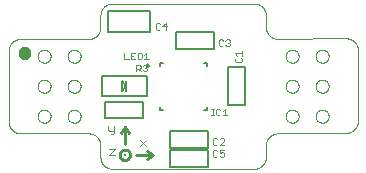
<source format=gto>
G75*
%MOIN*%
%OFA0B0*%
%FSLAX25Y25*%
%IPPOS*%
%LPD*%
%AMOC8*
5,1,8,0,0,1.08239X$1,22.5*
%
%ADD10C,0.00000*%
%ADD11C,0.03200*%
%ADD12C,0.01000*%
%ADD13C,0.00300*%
%ADD14C,0.00700*%
%ADD15C,0.00800*%
%ADD16C,0.00200*%
%ADD17C,0.00787*%
%ADD18C,0.00500*%
D10*
X0045791Y0032012D02*
X0045915Y0032010D01*
X0046038Y0032004D01*
X0046162Y0031995D01*
X0046284Y0031981D01*
X0046407Y0031964D01*
X0046529Y0031942D01*
X0046650Y0031917D01*
X0046770Y0031888D01*
X0046889Y0031856D01*
X0047008Y0031819D01*
X0047125Y0031779D01*
X0047240Y0031736D01*
X0047355Y0031688D01*
X0047467Y0031637D01*
X0047578Y0031583D01*
X0047688Y0031525D01*
X0047795Y0031464D01*
X0047901Y0031399D01*
X0048004Y0031331D01*
X0048105Y0031260D01*
X0048204Y0031186D01*
X0048301Y0031109D01*
X0048395Y0031028D01*
X0048486Y0030945D01*
X0048575Y0030859D01*
X0048661Y0030770D01*
X0048744Y0030679D01*
X0048825Y0030585D01*
X0048902Y0030488D01*
X0048976Y0030389D01*
X0049047Y0030288D01*
X0049115Y0030185D01*
X0049180Y0030079D01*
X0049241Y0029972D01*
X0049299Y0029862D01*
X0049353Y0029751D01*
X0049404Y0029639D01*
X0049452Y0029524D01*
X0049495Y0029409D01*
X0049535Y0029292D01*
X0049572Y0029173D01*
X0049604Y0029054D01*
X0049633Y0028934D01*
X0049658Y0028813D01*
X0049680Y0028691D01*
X0049697Y0028568D01*
X0049711Y0028446D01*
X0049720Y0028322D01*
X0049726Y0028199D01*
X0049728Y0028075D01*
X0049728Y0024138D01*
X0049730Y0024014D01*
X0049736Y0023891D01*
X0049745Y0023767D01*
X0049759Y0023645D01*
X0049776Y0023522D01*
X0049798Y0023400D01*
X0049823Y0023279D01*
X0049852Y0023159D01*
X0049884Y0023040D01*
X0049921Y0022921D01*
X0049961Y0022804D01*
X0050004Y0022689D01*
X0050052Y0022574D01*
X0050103Y0022462D01*
X0050157Y0022351D01*
X0050215Y0022241D01*
X0050276Y0022134D01*
X0050341Y0022028D01*
X0050409Y0021925D01*
X0050480Y0021824D01*
X0050554Y0021725D01*
X0050631Y0021628D01*
X0050712Y0021534D01*
X0050795Y0021443D01*
X0050881Y0021354D01*
X0050970Y0021268D01*
X0051061Y0021185D01*
X0051155Y0021104D01*
X0051252Y0021027D01*
X0051351Y0020953D01*
X0051452Y0020882D01*
X0051555Y0020814D01*
X0051661Y0020749D01*
X0051768Y0020688D01*
X0051878Y0020630D01*
X0051989Y0020576D01*
X0052101Y0020525D01*
X0052216Y0020477D01*
X0052331Y0020434D01*
X0052448Y0020394D01*
X0052567Y0020357D01*
X0052686Y0020325D01*
X0052806Y0020296D01*
X0052927Y0020271D01*
X0053049Y0020249D01*
X0053172Y0020232D01*
X0053294Y0020218D01*
X0053418Y0020209D01*
X0053541Y0020203D01*
X0053665Y0020201D01*
X0100909Y0020201D01*
X0101033Y0020203D01*
X0101156Y0020209D01*
X0101280Y0020218D01*
X0101402Y0020232D01*
X0101525Y0020249D01*
X0101647Y0020271D01*
X0101768Y0020296D01*
X0101888Y0020325D01*
X0102007Y0020357D01*
X0102126Y0020394D01*
X0102243Y0020434D01*
X0102358Y0020477D01*
X0102473Y0020525D01*
X0102585Y0020576D01*
X0102696Y0020630D01*
X0102806Y0020688D01*
X0102913Y0020749D01*
X0103019Y0020814D01*
X0103122Y0020882D01*
X0103223Y0020953D01*
X0103322Y0021027D01*
X0103419Y0021104D01*
X0103513Y0021185D01*
X0103604Y0021268D01*
X0103693Y0021354D01*
X0103779Y0021443D01*
X0103862Y0021534D01*
X0103943Y0021628D01*
X0104020Y0021725D01*
X0104094Y0021824D01*
X0104165Y0021925D01*
X0104233Y0022028D01*
X0104298Y0022134D01*
X0104359Y0022241D01*
X0104417Y0022351D01*
X0104471Y0022462D01*
X0104522Y0022574D01*
X0104570Y0022689D01*
X0104613Y0022804D01*
X0104653Y0022921D01*
X0104690Y0023040D01*
X0104722Y0023159D01*
X0104751Y0023279D01*
X0104776Y0023400D01*
X0104798Y0023522D01*
X0104815Y0023645D01*
X0104829Y0023767D01*
X0104838Y0023891D01*
X0104844Y0024014D01*
X0104846Y0024138D01*
X0104846Y0028075D01*
X0104848Y0028199D01*
X0104854Y0028322D01*
X0104863Y0028446D01*
X0104877Y0028568D01*
X0104894Y0028691D01*
X0104916Y0028813D01*
X0104941Y0028934D01*
X0104970Y0029054D01*
X0105002Y0029173D01*
X0105039Y0029292D01*
X0105079Y0029409D01*
X0105122Y0029524D01*
X0105170Y0029639D01*
X0105221Y0029751D01*
X0105275Y0029862D01*
X0105333Y0029972D01*
X0105394Y0030079D01*
X0105459Y0030185D01*
X0105527Y0030288D01*
X0105598Y0030389D01*
X0105672Y0030488D01*
X0105749Y0030585D01*
X0105830Y0030679D01*
X0105913Y0030770D01*
X0105999Y0030859D01*
X0106088Y0030945D01*
X0106179Y0031028D01*
X0106273Y0031109D01*
X0106370Y0031186D01*
X0106469Y0031260D01*
X0106570Y0031331D01*
X0106673Y0031399D01*
X0106779Y0031464D01*
X0106886Y0031525D01*
X0106996Y0031583D01*
X0107107Y0031637D01*
X0107219Y0031688D01*
X0107334Y0031736D01*
X0107449Y0031779D01*
X0107566Y0031819D01*
X0107685Y0031856D01*
X0107804Y0031888D01*
X0107924Y0031917D01*
X0108045Y0031942D01*
X0108167Y0031964D01*
X0108290Y0031981D01*
X0108412Y0031995D01*
X0108536Y0032004D01*
X0108659Y0032010D01*
X0108783Y0032012D01*
X0131618Y0032209D01*
X0131742Y0032211D01*
X0131865Y0032217D01*
X0131989Y0032226D01*
X0132111Y0032240D01*
X0132234Y0032257D01*
X0132356Y0032279D01*
X0132477Y0032304D01*
X0132597Y0032333D01*
X0132716Y0032365D01*
X0132835Y0032402D01*
X0132952Y0032442D01*
X0133067Y0032485D01*
X0133182Y0032533D01*
X0133294Y0032584D01*
X0133405Y0032638D01*
X0133515Y0032696D01*
X0133622Y0032757D01*
X0133728Y0032822D01*
X0133831Y0032890D01*
X0133932Y0032961D01*
X0134031Y0033035D01*
X0134128Y0033112D01*
X0134222Y0033193D01*
X0134313Y0033276D01*
X0134402Y0033362D01*
X0134488Y0033451D01*
X0134571Y0033542D01*
X0134652Y0033636D01*
X0134729Y0033733D01*
X0134803Y0033832D01*
X0134874Y0033933D01*
X0134942Y0034036D01*
X0135007Y0034142D01*
X0135068Y0034249D01*
X0135126Y0034359D01*
X0135180Y0034470D01*
X0135231Y0034582D01*
X0135279Y0034697D01*
X0135322Y0034812D01*
X0135362Y0034929D01*
X0135399Y0035048D01*
X0135431Y0035167D01*
X0135460Y0035287D01*
X0135485Y0035408D01*
X0135507Y0035530D01*
X0135524Y0035653D01*
X0135538Y0035775D01*
X0135547Y0035899D01*
X0135553Y0036022D01*
X0135555Y0036146D01*
X0135555Y0059768D01*
X0135553Y0059892D01*
X0135547Y0060015D01*
X0135538Y0060139D01*
X0135524Y0060261D01*
X0135507Y0060384D01*
X0135485Y0060506D01*
X0135460Y0060627D01*
X0135431Y0060747D01*
X0135399Y0060866D01*
X0135362Y0060985D01*
X0135322Y0061102D01*
X0135279Y0061217D01*
X0135231Y0061332D01*
X0135180Y0061444D01*
X0135126Y0061555D01*
X0135068Y0061665D01*
X0135007Y0061772D01*
X0134942Y0061878D01*
X0134874Y0061981D01*
X0134803Y0062082D01*
X0134729Y0062181D01*
X0134652Y0062278D01*
X0134571Y0062372D01*
X0134488Y0062463D01*
X0134402Y0062552D01*
X0134313Y0062638D01*
X0134222Y0062721D01*
X0134128Y0062802D01*
X0134031Y0062879D01*
X0133932Y0062953D01*
X0133831Y0063024D01*
X0133728Y0063092D01*
X0133622Y0063157D01*
X0133515Y0063218D01*
X0133405Y0063276D01*
X0133294Y0063330D01*
X0133182Y0063381D01*
X0133067Y0063429D01*
X0132952Y0063472D01*
X0132835Y0063512D01*
X0132716Y0063549D01*
X0132597Y0063581D01*
X0132477Y0063610D01*
X0132356Y0063635D01*
X0132234Y0063657D01*
X0132111Y0063674D01*
X0131989Y0063688D01*
X0131865Y0063697D01*
X0131742Y0063703D01*
X0131618Y0063705D01*
X0108783Y0063508D01*
X0108659Y0063510D01*
X0108536Y0063516D01*
X0108412Y0063525D01*
X0108290Y0063539D01*
X0108167Y0063556D01*
X0108045Y0063578D01*
X0107924Y0063603D01*
X0107804Y0063632D01*
X0107685Y0063664D01*
X0107566Y0063701D01*
X0107449Y0063741D01*
X0107334Y0063784D01*
X0107219Y0063832D01*
X0107107Y0063883D01*
X0106996Y0063937D01*
X0106886Y0063995D01*
X0106779Y0064056D01*
X0106673Y0064121D01*
X0106570Y0064189D01*
X0106469Y0064260D01*
X0106370Y0064334D01*
X0106273Y0064411D01*
X0106179Y0064492D01*
X0106088Y0064575D01*
X0105999Y0064661D01*
X0105913Y0064750D01*
X0105830Y0064841D01*
X0105749Y0064935D01*
X0105672Y0065032D01*
X0105598Y0065131D01*
X0105527Y0065232D01*
X0105459Y0065335D01*
X0105394Y0065441D01*
X0105333Y0065548D01*
X0105275Y0065658D01*
X0105221Y0065769D01*
X0105170Y0065881D01*
X0105122Y0065996D01*
X0105079Y0066111D01*
X0105039Y0066228D01*
X0105002Y0066347D01*
X0104970Y0066466D01*
X0104941Y0066586D01*
X0104916Y0066707D01*
X0104894Y0066829D01*
X0104877Y0066952D01*
X0104863Y0067074D01*
X0104854Y0067198D01*
X0104848Y0067321D01*
X0104846Y0067445D01*
X0104846Y0071382D01*
X0104844Y0071506D01*
X0104838Y0071629D01*
X0104829Y0071753D01*
X0104815Y0071875D01*
X0104798Y0071998D01*
X0104776Y0072120D01*
X0104751Y0072241D01*
X0104722Y0072361D01*
X0104690Y0072480D01*
X0104653Y0072599D01*
X0104613Y0072716D01*
X0104570Y0072831D01*
X0104522Y0072946D01*
X0104471Y0073058D01*
X0104417Y0073169D01*
X0104359Y0073279D01*
X0104298Y0073386D01*
X0104233Y0073492D01*
X0104165Y0073595D01*
X0104094Y0073696D01*
X0104020Y0073795D01*
X0103943Y0073892D01*
X0103862Y0073986D01*
X0103779Y0074077D01*
X0103693Y0074166D01*
X0103604Y0074252D01*
X0103513Y0074335D01*
X0103419Y0074416D01*
X0103322Y0074493D01*
X0103223Y0074567D01*
X0103122Y0074638D01*
X0103019Y0074706D01*
X0102913Y0074771D01*
X0102806Y0074832D01*
X0102696Y0074890D01*
X0102585Y0074944D01*
X0102473Y0074995D01*
X0102358Y0075043D01*
X0102243Y0075086D01*
X0102126Y0075126D01*
X0102007Y0075163D01*
X0101888Y0075195D01*
X0101768Y0075224D01*
X0101647Y0075249D01*
X0101525Y0075271D01*
X0101402Y0075288D01*
X0101280Y0075302D01*
X0101156Y0075311D01*
X0101033Y0075317D01*
X0100909Y0075319D01*
X0053665Y0075319D01*
X0053541Y0075317D01*
X0053418Y0075311D01*
X0053294Y0075302D01*
X0053172Y0075288D01*
X0053049Y0075271D01*
X0052927Y0075249D01*
X0052806Y0075224D01*
X0052686Y0075195D01*
X0052567Y0075163D01*
X0052448Y0075126D01*
X0052331Y0075086D01*
X0052216Y0075043D01*
X0052101Y0074995D01*
X0051989Y0074944D01*
X0051878Y0074890D01*
X0051768Y0074832D01*
X0051661Y0074771D01*
X0051555Y0074706D01*
X0051452Y0074638D01*
X0051351Y0074567D01*
X0051252Y0074493D01*
X0051155Y0074416D01*
X0051061Y0074335D01*
X0050970Y0074252D01*
X0050881Y0074166D01*
X0050795Y0074077D01*
X0050712Y0073986D01*
X0050631Y0073892D01*
X0050554Y0073795D01*
X0050480Y0073696D01*
X0050409Y0073595D01*
X0050341Y0073492D01*
X0050276Y0073386D01*
X0050215Y0073279D01*
X0050157Y0073169D01*
X0050103Y0073058D01*
X0050052Y0072946D01*
X0050004Y0072831D01*
X0049961Y0072716D01*
X0049921Y0072599D01*
X0049884Y0072480D01*
X0049852Y0072361D01*
X0049823Y0072241D01*
X0049798Y0072120D01*
X0049776Y0071998D01*
X0049759Y0071875D01*
X0049745Y0071753D01*
X0049736Y0071629D01*
X0049730Y0071506D01*
X0049728Y0071382D01*
X0049728Y0067445D01*
X0049726Y0067321D01*
X0049720Y0067198D01*
X0049711Y0067074D01*
X0049697Y0066952D01*
X0049680Y0066829D01*
X0049658Y0066707D01*
X0049633Y0066586D01*
X0049604Y0066466D01*
X0049572Y0066347D01*
X0049535Y0066228D01*
X0049495Y0066111D01*
X0049452Y0065996D01*
X0049404Y0065881D01*
X0049353Y0065769D01*
X0049299Y0065658D01*
X0049241Y0065548D01*
X0049180Y0065441D01*
X0049115Y0065335D01*
X0049047Y0065232D01*
X0048976Y0065131D01*
X0048902Y0065032D01*
X0048825Y0064935D01*
X0048744Y0064841D01*
X0048661Y0064750D01*
X0048575Y0064661D01*
X0048486Y0064575D01*
X0048395Y0064492D01*
X0048301Y0064411D01*
X0048204Y0064334D01*
X0048105Y0064260D01*
X0048004Y0064189D01*
X0047901Y0064121D01*
X0047795Y0064056D01*
X0047688Y0063995D01*
X0047578Y0063937D01*
X0047467Y0063883D01*
X0047355Y0063832D01*
X0047240Y0063784D01*
X0047125Y0063741D01*
X0047008Y0063701D01*
X0046889Y0063664D01*
X0046770Y0063632D01*
X0046650Y0063603D01*
X0046529Y0063578D01*
X0046407Y0063556D01*
X0046284Y0063539D01*
X0046162Y0063525D01*
X0046038Y0063516D01*
X0045915Y0063510D01*
X0045791Y0063508D01*
X0023094Y0063508D01*
X0022970Y0063506D01*
X0022847Y0063500D01*
X0022723Y0063491D01*
X0022601Y0063477D01*
X0022478Y0063460D01*
X0022356Y0063438D01*
X0022235Y0063413D01*
X0022115Y0063384D01*
X0021996Y0063352D01*
X0021877Y0063315D01*
X0021760Y0063275D01*
X0021645Y0063232D01*
X0021530Y0063184D01*
X0021418Y0063133D01*
X0021307Y0063079D01*
X0021197Y0063021D01*
X0021090Y0062960D01*
X0020984Y0062895D01*
X0020881Y0062827D01*
X0020780Y0062756D01*
X0020681Y0062682D01*
X0020584Y0062605D01*
X0020490Y0062524D01*
X0020399Y0062441D01*
X0020310Y0062355D01*
X0020224Y0062266D01*
X0020141Y0062175D01*
X0020060Y0062081D01*
X0019983Y0061984D01*
X0019909Y0061885D01*
X0019838Y0061784D01*
X0019770Y0061681D01*
X0019705Y0061575D01*
X0019644Y0061468D01*
X0019586Y0061358D01*
X0019532Y0061247D01*
X0019481Y0061135D01*
X0019433Y0061020D01*
X0019390Y0060905D01*
X0019350Y0060788D01*
X0019313Y0060669D01*
X0019281Y0060550D01*
X0019252Y0060430D01*
X0019227Y0060309D01*
X0019205Y0060187D01*
X0019188Y0060064D01*
X0019174Y0059942D01*
X0019165Y0059818D01*
X0019159Y0059695D01*
X0019157Y0059571D01*
X0019157Y0035949D01*
X0019159Y0035825D01*
X0019165Y0035702D01*
X0019174Y0035578D01*
X0019188Y0035456D01*
X0019205Y0035333D01*
X0019227Y0035211D01*
X0019252Y0035090D01*
X0019281Y0034970D01*
X0019313Y0034851D01*
X0019350Y0034732D01*
X0019390Y0034615D01*
X0019433Y0034500D01*
X0019481Y0034385D01*
X0019532Y0034273D01*
X0019586Y0034162D01*
X0019644Y0034052D01*
X0019705Y0033945D01*
X0019770Y0033839D01*
X0019838Y0033736D01*
X0019909Y0033635D01*
X0019983Y0033536D01*
X0020060Y0033439D01*
X0020141Y0033345D01*
X0020224Y0033254D01*
X0020310Y0033165D01*
X0020399Y0033079D01*
X0020490Y0032996D01*
X0020584Y0032915D01*
X0020681Y0032838D01*
X0020780Y0032764D01*
X0020881Y0032693D01*
X0020984Y0032625D01*
X0021090Y0032560D01*
X0021197Y0032499D01*
X0021307Y0032441D01*
X0021418Y0032387D01*
X0021530Y0032336D01*
X0021645Y0032288D01*
X0021760Y0032245D01*
X0021877Y0032205D01*
X0021996Y0032168D01*
X0022115Y0032136D01*
X0022235Y0032107D01*
X0022356Y0032082D01*
X0022478Y0032060D01*
X0022601Y0032043D01*
X0022723Y0032029D01*
X0022847Y0032020D01*
X0022970Y0032014D01*
X0023094Y0032012D01*
X0045791Y0032012D01*
X0038784Y0037760D02*
X0038786Y0037853D01*
X0038792Y0037945D01*
X0038802Y0038037D01*
X0038816Y0038128D01*
X0038833Y0038219D01*
X0038855Y0038309D01*
X0038880Y0038398D01*
X0038909Y0038486D01*
X0038942Y0038572D01*
X0038979Y0038657D01*
X0039019Y0038741D01*
X0039063Y0038822D01*
X0039110Y0038902D01*
X0039160Y0038980D01*
X0039214Y0039055D01*
X0039271Y0039128D01*
X0039331Y0039198D01*
X0039394Y0039266D01*
X0039460Y0039331D01*
X0039528Y0039393D01*
X0039599Y0039453D01*
X0039673Y0039509D01*
X0039749Y0039562D01*
X0039827Y0039611D01*
X0039907Y0039658D01*
X0039989Y0039700D01*
X0040073Y0039740D01*
X0040158Y0039775D01*
X0040245Y0039807D01*
X0040333Y0039836D01*
X0040422Y0039860D01*
X0040512Y0039881D01*
X0040603Y0039897D01*
X0040695Y0039910D01*
X0040787Y0039919D01*
X0040880Y0039924D01*
X0040972Y0039925D01*
X0041065Y0039922D01*
X0041157Y0039915D01*
X0041249Y0039904D01*
X0041340Y0039889D01*
X0041431Y0039871D01*
X0041521Y0039848D01*
X0041609Y0039822D01*
X0041697Y0039792D01*
X0041783Y0039758D01*
X0041867Y0039721D01*
X0041950Y0039679D01*
X0042031Y0039635D01*
X0042111Y0039587D01*
X0042188Y0039536D01*
X0042262Y0039481D01*
X0042335Y0039423D01*
X0042405Y0039363D01*
X0042472Y0039299D01*
X0042536Y0039233D01*
X0042598Y0039163D01*
X0042656Y0039092D01*
X0042711Y0039018D01*
X0042763Y0038941D01*
X0042812Y0038862D01*
X0042858Y0038782D01*
X0042900Y0038699D01*
X0042938Y0038615D01*
X0042973Y0038529D01*
X0043004Y0038442D01*
X0043031Y0038354D01*
X0043054Y0038264D01*
X0043074Y0038174D01*
X0043090Y0038083D01*
X0043102Y0037991D01*
X0043110Y0037899D01*
X0043114Y0037806D01*
X0043114Y0037714D01*
X0043110Y0037621D01*
X0043102Y0037529D01*
X0043090Y0037437D01*
X0043074Y0037346D01*
X0043054Y0037256D01*
X0043031Y0037166D01*
X0043004Y0037078D01*
X0042973Y0036991D01*
X0042938Y0036905D01*
X0042900Y0036821D01*
X0042858Y0036738D01*
X0042812Y0036658D01*
X0042763Y0036579D01*
X0042711Y0036502D01*
X0042656Y0036428D01*
X0042598Y0036357D01*
X0042536Y0036287D01*
X0042472Y0036221D01*
X0042405Y0036157D01*
X0042335Y0036097D01*
X0042262Y0036039D01*
X0042188Y0035984D01*
X0042111Y0035933D01*
X0042032Y0035885D01*
X0041950Y0035841D01*
X0041867Y0035799D01*
X0041783Y0035762D01*
X0041697Y0035728D01*
X0041609Y0035698D01*
X0041521Y0035672D01*
X0041431Y0035649D01*
X0041340Y0035631D01*
X0041249Y0035616D01*
X0041157Y0035605D01*
X0041065Y0035598D01*
X0040972Y0035595D01*
X0040880Y0035596D01*
X0040787Y0035601D01*
X0040695Y0035610D01*
X0040603Y0035623D01*
X0040512Y0035639D01*
X0040422Y0035660D01*
X0040333Y0035684D01*
X0040245Y0035713D01*
X0040158Y0035745D01*
X0040073Y0035780D01*
X0039989Y0035820D01*
X0039907Y0035862D01*
X0039827Y0035909D01*
X0039749Y0035958D01*
X0039673Y0036011D01*
X0039599Y0036067D01*
X0039528Y0036127D01*
X0039460Y0036189D01*
X0039394Y0036254D01*
X0039331Y0036322D01*
X0039271Y0036392D01*
X0039214Y0036465D01*
X0039160Y0036540D01*
X0039110Y0036618D01*
X0039063Y0036698D01*
X0039019Y0036779D01*
X0038979Y0036863D01*
X0038942Y0036948D01*
X0038909Y0037034D01*
X0038880Y0037122D01*
X0038855Y0037211D01*
X0038833Y0037301D01*
X0038816Y0037392D01*
X0038802Y0037483D01*
X0038792Y0037575D01*
X0038786Y0037667D01*
X0038784Y0037760D01*
X0028784Y0037760D02*
X0028786Y0037853D01*
X0028792Y0037945D01*
X0028802Y0038037D01*
X0028816Y0038128D01*
X0028833Y0038219D01*
X0028855Y0038309D01*
X0028880Y0038398D01*
X0028909Y0038486D01*
X0028942Y0038572D01*
X0028979Y0038657D01*
X0029019Y0038741D01*
X0029063Y0038822D01*
X0029110Y0038902D01*
X0029160Y0038980D01*
X0029214Y0039055D01*
X0029271Y0039128D01*
X0029331Y0039198D01*
X0029394Y0039266D01*
X0029460Y0039331D01*
X0029528Y0039393D01*
X0029599Y0039453D01*
X0029673Y0039509D01*
X0029749Y0039562D01*
X0029827Y0039611D01*
X0029907Y0039658D01*
X0029989Y0039700D01*
X0030073Y0039740D01*
X0030158Y0039775D01*
X0030245Y0039807D01*
X0030333Y0039836D01*
X0030422Y0039860D01*
X0030512Y0039881D01*
X0030603Y0039897D01*
X0030695Y0039910D01*
X0030787Y0039919D01*
X0030880Y0039924D01*
X0030972Y0039925D01*
X0031065Y0039922D01*
X0031157Y0039915D01*
X0031249Y0039904D01*
X0031340Y0039889D01*
X0031431Y0039871D01*
X0031521Y0039848D01*
X0031609Y0039822D01*
X0031697Y0039792D01*
X0031783Y0039758D01*
X0031867Y0039721D01*
X0031950Y0039679D01*
X0032031Y0039635D01*
X0032111Y0039587D01*
X0032188Y0039536D01*
X0032262Y0039481D01*
X0032335Y0039423D01*
X0032405Y0039363D01*
X0032472Y0039299D01*
X0032536Y0039233D01*
X0032598Y0039163D01*
X0032656Y0039092D01*
X0032711Y0039018D01*
X0032763Y0038941D01*
X0032812Y0038862D01*
X0032858Y0038782D01*
X0032900Y0038699D01*
X0032938Y0038615D01*
X0032973Y0038529D01*
X0033004Y0038442D01*
X0033031Y0038354D01*
X0033054Y0038264D01*
X0033074Y0038174D01*
X0033090Y0038083D01*
X0033102Y0037991D01*
X0033110Y0037899D01*
X0033114Y0037806D01*
X0033114Y0037714D01*
X0033110Y0037621D01*
X0033102Y0037529D01*
X0033090Y0037437D01*
X0033074Y0037346D01*
X0033054Y0037256D01*
X0033031Y0037166D01*
X0033004Y0037078D01*
X0032973Y0036991D01*
X0032938Y0036905D01*
X0032900Y0036821D01*
X0032858Y0036738D01*
X0032812Y0036658D01*
X0032763Y0036579D01*
X0032711Y0036502D01*
X0032656Y0036428D01*
X0032598Y0036357D01*
X0032536Y0036287D01*
X0032472Y0036221D01*
X0032405Y0036157D01*
X0032335Y0036097D01*
X0032262Y0036039D01*
X0032188Y0035984D01*
X0032111Y0035933D01*
X0032032Y0035885D01*
X0031950Y0035841D01*
X0031867Y0035799D01*
X0031783Y0035762D01*
X0031697Y0035728D01*
X0031609Y0035698D01*
X0031521Y0035672D01*
X0031431Y0035649D01*
X0031340Y0035631D01*
X0031249Y0035616D01*
X0031157Y0035605D01*
X0031065Y0035598D01*
X0030972Y0035595D01*
X0030880Y0035596D01*
X0030787Y0035601D01*
X0030695Y0035610D01*
X0030603Y0035623D01*
X0030512Y0035639D01*
X0030422Y0035660D01*
X0030333Y0035684D01*
X0030245Y0035713D01*
X0030158Y0035745D01*
X0030073Y0035780D01*
X0029989Y0035820D01*
X0029907Y0035862D01*
X0029827Y0035909D01*
X0029749Y0035958D01*
X0029673Y0036011D01*
X0029599Y0036067D01*
X0029528Y0036127D01*
X0029460Y0036189D01*
X0029394Y0036254D01*
X0029331Y0036322D01*
X0029271Y0036392D01*
X0029214Y0036465D01*
X0029160Y0036540D01*
X0029110Y0036618D01*
X0029063Y0036698D01*
X0029019Y0036779D01*
X0028979Y0036863D01*
X0028942Y0036948D01*
X0028909Y0037034D01*
X0028880Y0037122D01*
X0028855Y0037211D01*
X0028833Y0037301D01*
X0028816Y0037392D01*
X0028802Y0037483D01*
X0028792Y0037575D01*
X0028786Y0037667D01*
X0028784Y0037760D01*
X0028784Y0047760D02*
X0028786Y0047853D01*
X0028792Y0047945D01*
X0028802Y0048037D01*
X0028816Y0048128D01*
X0028833Y0048219D01*
X0028855Y0048309D01*
X0028880Y0048398D01*
X0028909Y0048486D01*
X0028942Y0048572D01*
X0028979Y0048657D01*
X0029019Y0048741D01*
X0029063Y0048822D01*
X0029110Y0048902D01*
X0029160Y0048980D01*
X0029214Y0049055D01*
X0029271Y0049128D01*
X0029331Y0049198D01*
X0029394Y0049266D01*
X0029460Y0049331D01*
X0029528Y0049393D01*
X0029599Y0049453D01*
X0029673Y0049509D01*
X0029749Y0049562D01*
X0029827Y0049611D01*
X0029907Y0049658D01*
X0029989Y0049700D01*
X0030073Y0049740D01*
X0030158Y0049775D01*
X0030245Y0049807D01*
X0030333Y0049836D01*
X0030422Y0049860D01*
X0030512Y0049881D01*
X0030603Y0049897D01*
X0030695Y0049910D01*
X0030787Y0049919D01*
X0030880Y0049924D01*
X0030972Y0049925D01*
X0031065Y0049922D01*
X0031157Y0049915D01*
X0031249Y0049904D01*
X0031340Y0049889D01*
X0031431Y0049871D01*
X0031521Y0049848D01*
X0031609Y0049822D01*
X0031697Y0049792D01*
X0031783Y0049758D01*
X0031867Y0049721D01*
X0031950Y0049679D01*
X0032031Y0049635D01*
X0032111Y0049587D01*
X0032188Y0049536D01*
X0032262Y0049481D01*
X0032335Y0049423D01*
X0032405Y0049363D01*
X0032472Y0049299D01*
X0032536Y0049233D01*
X0032598Y0049163D01*
X0032656Y0049092D01*
X0032711Y0049018D01*
X0032763Y0048941D01*
X0032812Y0048862D01*
X0032858Y0048782D01*
X0032900Y0048699D01*
X0032938Y0048615D01*
X0032973Y0048529D01*
X0033004Y0048442D01*
X0033031Y0048354D01*
X0033054Y0048264D01*
X0033074Y0048174D01*
X0033090Y0048083D01*
X0033102Y0047991D01*
X0033110Y0047899D01*
X0033114Y0047806D01*
X0033114Y0047714D01*
X0033110Y0047621D01*
X0033102Y0047529D01*
X0033090Y0047437D01*
X0033074Y0047346D01*
X0033054Y0047256D01*
X0033031Y0047166D01*
X0033004Y0047078D01*
X0032973Y0046991D01*
X0032938Y0046905D01*
X0032900Y0046821D01*
X0032858Y0046738D01*
X0032812Y0046658D01*
X0032763Y0046579D01*
X0032711Y0046502D01*
X0032656Y0046428D01*
X0032598Y0046357D01*
X0032536Y0046287D01*
X0032472Y0046221D01*
X0032405Y0046157D01*
X0032335Y0046097D01*
X0032262Y0046039D01*
X0032188Y0045984D01*
X0032111Y0045933D01*
X0032032Y0045885D01*
X0031950Y0045841D01*
X0031867Y0045799D01*
X0031783Y0045762D01*
X0031697Y0045728D01*
X0031609Y0045698D01*
X0031521Y0045672D01*
X0031431Y0045649D01*
X0031340Y0045631D01*
X0031249Y0045616D01*
X0031157Y0045605D01*
X0031065Y0045598D01*
X0030972Y0045595D01*
X0030880Y0045596D01*
X0030787Y0045601D01*
X0030695Y0045610D01*
X0030603Y0045623D01*
X0030512Y0045639D01*
X0030422Y0045660D01*
X0030333Y0045684D01*
X0030245Y0045713D01*
X0030158Y0045745D01*
X0030073Y0045780D01*
X0029989Y0045820D01*
X0029907Y0045862D01*
X0029827Y0045909D01*
X0029749Y0045958D01*
X0029673Y0046011D01*
X0029599Y0046067D01*
X0029528Y0046127D01*
X0029460Y0046189D01*
X0029394Y0046254D01*
X0029331Y0046322D01*
X0029271Y0046392D01*
X0029214Y0046465D01*
X0029160Y0046540D01*
X0029110Y0046618D01*
X0029063Y0046698D01*
X0029019Y0046779D01*
X0028979Y0046863D01*
X0028942Y0046948D01*
X0028909Y0047034D01*
X0028880Y0047122D01*
X0028855Y0047211D01*
X0028833Y0047301D01*
X0028816Y0047392D01*
X0028802Y0047483D01*
X0028792Y0047575D01*
X0028786Y0047667D01*
X0028784Y0047760D01*
X0038784Y0047760D02*
X0038786Y0047853D01*
X0038792Y0047945D01*
X0038802Y0048037D01*
X0038816Y0048128D01*
X0038833Y0048219D01*
X0038855Y0048309D01*
X0038880Y0048398D01*
X0038909Y0048486D01*
X0038942Y0048572D01*
X0038979Y0048657D01*
X0039019Y0048741D01*
X0039063Y0048822D01*
X0039110Y0048902D01*
X0039160Y0048980D01*
X0039214Y0049055D01*
X0039271Y0049128D01*
X0039331Y0049198D01*
X0039394Y0049266D01*
X0039460Y0049331D01*
X0039528Y0049393D01*
X0039599Y0049453D01*
X0039673Y0049509D01*
X0039749Y0049562D01*
X0039827Y0049611D01*
X0039907Y0049658D01*
X0039989Y0049700D01*
X0040073Y0049740D01*
X0040158Y0049775D01*
X0040245Y0049807D01*
X0040333Y0049836D01*
X0040422Y0049860D01*
X0040512Y0049881D01*
X0040603Y0049897D01*
X0040695Y0049910D01*
X0040787Y0049919D01*
X0040880Y0049924D01*
X0040972Y0049925D01*
X0041065Y0049922D01*
X0041157Y0049915D01*
X0041249Y0049904D01*
X0041340Y0049889D01*
X0041431Y0049871D01*
X0041521Y0049848D01*
X0041609Y0049822D01*
X0041697Y0049792D01*
X0041783Y0049758D01*
X0041867Y0049721D01*
X0041950Y0049679D01*
X0042031Y0049635D01*
X0042111Y0049587D01*
X0042188Y0049536D01*
X0042262Y0049481D01*
X0042335Y0049423D01*
X0042405Y0049363D01*
X0042472Y0049299D01*
X0042536Y0049233D01*
X0042598Y0049163D01*
X0042656Y0049092D01*
X0042711Y0049018D01*
X0042763Y0048941D01*
X0042812Y0048862D01*
X0042858Y0048782D01*
X0042900Y0048699D01*
X0042938Y0048615D01*
X0042973Y0048529D01*
X0043004Y0048442D01*
X0043031Y0048354D01*
X0043054Y0048264D01*
X0043074Y0048174D01*
X0043090Y0048083D01*
X0043102Y0047991D01*
X0043110Y0047899D01*
X0043114Y0047806D01*
X0043114Y0047714D01*
X0043110Y0047621D01*
X0043102Y0047529D01*
X0043090Y0047437D01*
X0043074Y0047346D01*
X0043054Y0047256D01*
X0043031Y0047166D01*
X0043004Y0047078D01*
X0042973Y0046991D01*
X0042938Y0046905D01*
X0042900Y0046821D01*
X0042858Y0046738D01*
X0042812Y0046658D01*
X0042763Y0046579D01*
X0042711Y0046502D01*
X0042656Y0046428D01*
X0042598Y0046357D01*
X0042536Y0046287D01*
X0042472Y0046221D01*
X0042405Y0046157D01*
X0042335Y0046097D01*
X0042262Y0046039D01*
X0042188Y0045984D01*
X0042111Y0045933D01*
X0042032Y0045885D01*
X0041950Y0045841D01*
X0041867Y0045799D01*
X0041783Y0045762D01*
X0041697Y0045728D01*
X0041609Y0045698D01*
X0041521Y0045672D01*
X0041431Y0045649D01*
X0041340Y0045631D01*
X0041249Y0045616D01*
X0041157Y0045605D01*
X0041065Y0045598D01*
X0040972Y0045595D01*
X0040880Y0045596D01*
X0040787Y0045601D01*
X0040695Y0045610D01*
X0040603Y0045623D01*
X0040512Y0045639D01*
X0040422Y0045660D01*
X0040333Y0045684D01*
X0040245Y0045713D01*
X0040158Y0045745D01*
X0040073Y0045780D01*
X0039989Y0045820D01*
X0039907Y0045862D01*
X0039827Y0045909D01*
X0039749Y0045958D01*
X0039673Y0046011D01*
X0039599Y0046067D01*
X0039528Y0046127D01*
X0039460Y0046189D01*
X0039394Y0046254D01*
X0039331Y0046322D01*
X0039271Y0046392D01*
X0039214Y0046465D01*
X0039160Y0046540D01*
X0039110Y0046618D01*
X0039063Y0046698D01*
X0039019Y0046779D01*
X0038979Y0046863D01*
X0038942Y0046948D01*
X0038909Y0047034D01*
X0038880Y0047122D01*
X0038855Y0047211D01*
X0038833Y0047301D01*
X0038816Y0047392D01*
X0038802Y0047483D01*
X0038792Y0047575D01*
X0038786Y0047667D01*
X0038784Y0047760D01*
X0038784Y0057760D02*
X0038786Y0057853D01*
X0038792Y0057945D01*
X0038802Y0058037D01*
X0038816Y0058128D01*
X0038833Y0058219D01*
X0038855Y0058309D01*
X0038880Y0058398D01*
X0038909Y0058486D01*
X0038942Y0058572D01*
X0038979Y0058657D01*
X0039019Y0058741D01*
X0039063Y0058822D01*
X0039110Y0058902D01*
X0039160Y0058980D01*
X0039214Y0059055D01*
X0039271Y0059128D01*
X0039331Y0059198D01*
X0039394Y0059266D01*
X0039460Y0059331D01*
X0039528Y0059393D01*
X0039599Y0059453D01*
X0039673Y0059509D01*
X0039749Y0059562D01*
X0039827Y0059611D01*
X0039907Y0059658D01*
X0039989Y0059700D01*
X0040073Y0059740D01*
X0040158Y0059775D01*
X0040245Y0059807D01*
X0040333Y0059836D01*
X0040422Y0059860D01*
X0040512Y0059881D01*
X0040603Y0059897D01*
X0040695Y0059910D01*
X0040787Y0059919D01*
X0040880Y0059924D01*
X0040972Y0059925D01*
X0041065Y0059922D01*
X0041157Y0059915D01*
X0041249Y0059904D01*
X0041340Y0059889D01*
X0041431Y0059871D01*
X0041521Y0059848D01*
X0041609Y0059822D01*
X0041697Y0059792D01*
X0041783Y0059758D01*
X0041867Y0059721D01*
X0041950Y0059679D01*
X0042031Y0059635D01*
X0042111Y0059587D01*
X0042188Y0059536D01*
X0042262Y0059481D01*
X0042335Y0059423D01*
X0042405Y0059363D01*
X0042472Y0059299D01*
X0042536Y0059233D01*
X0042598Y0059163D01*
X0042656Y0059092D01*
X0042711Y0059018D01*
X0042763Y0058941D01*
X0042812Y0058862D01*
X0042858Y0058782D01*
X0042900Y0058699D01*
X0042938Y0058615D01*
X0042973Y0058529D01*
X0043004Y0058442D01*
X0043031Y0058354D01*
X0043054Y0058264D01*
X0043074Y0058174D01*
X0043090Y0058083D01*
X0043102Y0057991D01*
X0043110Y0057899D01*
X0043114Y0057806D01*
X0043114Y0057714D01*
X0043110Y0057621D01*
X0043102Y0057529D01*
X0043090Y0057437D01*
X0043074Y0057346D01*
X0043054Y0057256D01*
X0043031Y0057166D01*
X0043004Y0057078D01*
X0042973Y0056991D01*
X0042938Y0056905D01*
X0042900Y0056821D01*
X0042858Y0056738D01*
X0042812Y0056658D01*
X0042763Y0056579D01*
X0042711Y0056502D01*
X0042656Y0056428D01*
X0042598Y0056357D01*
X0042536Y0056287D01*
X0042472Y0056221D01*
X0042405Y0056157D01*
X0042335Y0056097D01*
X0042262Y0056039D01*
X0042188Y0055984D01*
X0042111Y0055933D01*
X0042032Y0055885D01*
X0041950Y0055841D01*
X0041867Y0055799D01*
X0041783Y0055762D01*
X0041697Y0055728D01*
X0041609Y0055698D01*
X0041521Y0055672D01*
X0041431Y0055649D01*
X0041340Y0055631D01*
X0041249Y0055616D01*
X0041157Y0055605D01*
X0041065Y0055598D01*
X0040972Y0055595D01*
X0040880Y0055596D01*
X0040787Y0055601D01*
X0040695Y0055610D01*
X0040603Y0055623D01*
X0040512Y0055639D01*
X0040422Y0055660D01*
X0040333Y0055684D01*
X0040245Y0055713D01*
X0040158Y0055745D01*
X0040073Y0055780D01*
X0039989Y0055820D01*
X0039907Y0055862D01*
X0039827Y0055909D01*
X0039749Y0055958D01*
X0039673Y0056011D01*
X0039599Y0056067D01*
X0039528Y0056127D01*
X0039460Y0056189D01*
X0039394Y0056254D01*
X0039331Y0056322D01*
X0039271Y0056392D01*
X0039214Y0056465D01*
X0039160Y0056540D01*
X0039110Y0056618D01*
X0039063Y0056698D01*
X0039019Y0056779D01*
X0038979Y0056863D01*
X0038942Y0056948D01*
X0038909Y0057034D01*
X0038880Y0057122D01*
X0038855Y0057211D01*
X0038833Y0057301D01*
X0038816Y0057392D01*
X0038802Y0057483D01*
X0038792Y0057575D01*
X0038786Y0057667D01*
X0038784Y0057760D01*
X0028784Y0057760D02*
X0028786Y0057853D01*
X0028792Y0057945D01*
X0028802Y0058037D01*
X0028816Y0058128D01*
X0028833Y0058219D01*
X0028855Y0058309D01*
X0028880Y0058398D01*
X0028909Y0058486D01*
X0028942Y0058572D01*
X0028979Y0058657D01*
X0029019Y0058741D01*
X0029063Y0058822D01*
X0029110Y0058902D01*
X0029160Y0058980D01*
X0029214Y0059055D01*
X0029271Y0059128D01*
X0029331Y0059198D01*
X0029394Y0059266D01*
X0029460Y0059331D01*
X0029528Y0059393D01*
X0029599Y0059453D01*
X0029673Y0059509D01*
X0029749Y0059562D01*
X0029827Y0059611D01*
X0029907Y0059658D01*
X0029989Y0059700D01*
X0030073Y0059740D01*
X0030158Y0059775D01*
X0030245Y0059807D01*
X0030333Y0059836D01*
X0030422Y0059860D01*
X0030512Y0059881D01*
X0030603Y0059897D01*
X0030695Y0059910D01*
X0030787Y0059919D01*
X0030880Y0059924D01*
X0030972Y0059925D01*
X0031065Y0059922D01*
X0031157Y0059915D01*
X0031249Y0059904D01*
X0031340Y0059889D01*
X0031431Y0059871D01*
X0031521Y0059848D01*
X0031609Y0059822D01*
X0031697Y0059792D01*
X0031783Y0059758D01*
X0031867Y0059721D01*
X0031950Y0059679D01*
X0032031Y0059635D01*
X0032111Y0059587D01*
X0032188Y0059536D01*
X0032262Y0059481D01*
X0032335Y0059423D01*
X0032405Y0059363D01*
X0032472Y0059299D01*
X0032536Y0059233D01*
X0032598Y0059163D01*
X0032656Y0059092D01*
X0032711Y0059018D01*
X0032763Y0058941D01*
X0032812Y0058862D01*
X0032858Y0058782D01*
X0032900Y0058699D01*
X0032938Y0058615D01*
X0032973Y0058529D01*
X0033004Y0058442D01*
X0033031Y0058354D01*
X0033054Y0058264D01*
X0033074Y0058174D01*
X0033090Y0058083D01*
X0033102Y0057991D01*
X0033110Y0057899D01*
X0033114Y0057806D01*
X0033114Y0057714D01*
X0033110Y0057621D01*
X0033102Y0057529D01*
X0033090Y0057437D01*
X0033074Y0057346D01*
X0033054Y0057256D01*
X0033031Y0057166D01*
X0033004Y0057078D01*
X0032973Y0056991D01*
X0032938Y0056905D01*
X0032900Y0056821D01*
X0032858Y0056738D01*
X0032812Y0056658D01*
X0032763Y0056579D01*
X0032711Y0056502D01*
X0032656Y0056428D01*
X0032598Y0056357D01*
X0032536Y0056287D01*
X0032472Y0056221D01*
X0032405Y0056157D01*
X0032335Y0056097D01*
X0032262Y0056039D01*
X0032188Y0055984D01*
X0032111Y0055933D01*
X0032032Y0055885D01*
X0031950Y0055841D01*
X0031867Y0055799D01*
X0031783Y0055762D01*
X0031697Y0055728D01*
X0031609Y0055698D01*
X0031521Y0055672D01*
X0031431Y0055649D01*
X0031340Y0055631D01*
X0031249Y0055616D01*
X0031157Y0055605D01*
X0031065Y0055598D01*
X0030972Y0055595D01*
X0030880Y0055596D01*
X0030787Y0055601D01*
X0030695Y0055610D01*
X0030603Y0055623D01*
X0030512Y0055639D01*
X0030422Y0055660D01*
X0030333Y0055684D01*
X0030245Y0055713D01*
X0030158Y0055745D01*
X0030073Y0055780D01*
X0029989Y0055820D01*
X0029907Y0055862D01*
X0029827Y0055909D01*
X0029749Y0055958D01*
X0029673Y0056011D01*
X0029599Y0056067D01*
X0029528Y0056127D01*
X0029460Y0056189D01*
X0029394Y0056254D01*
X0029331Y0056322D01*
X0029271Y0056392D01*
X0029214Y0056465D01*
X0029160Y0056540D01*
X0029110Y0056618D01*
X0029063Y0056698D01*
X0029019Y0056779D01*
X0028979Y0056863D01*
X0028942Y0056948D01*
X0028909Y0057034D01*
X0028880Y0057122D01*
X0028855Y0057211D01*
X0028833Y0057301D01*
X0028816Y0057392D01*
X0028802Y0057483D01*
X0028792Y0057575D01*
X0028786Y0057667D01*
X0028784Y0057760D01*
X0111461Y0057760D02*
X0111463Y0057853D01*
X0111469Y0057945D01*
X0111479Y0058037D01*
X0111493Y0058128D01*
X0111510Y0058219D01*
X0111532Y0058309D01*
X0111557Y0058398D01*
X0111586Y0058486D01*
X0111619Y0058572D01*
X0111656Y0058657D01*
X0111696Y0058741D01*
X0111740Y0058822D01*
X0111787Y0058902D01*
X0111837Y0058980D01*
X0111891Y0059055D01*
X0111948Y0059128D01*
X0112008Y0059198D01*
X0112071Y0059266D01*
X0112137Y0059331D01*
X0112205Y0059393D01*
X0112276Y0059453D01*
X0112350Y0059509D01*
X0112426Y0059562D01*
X0112504Y0059611D01*
X0112584Y0059658D01*
X0112666Y0059700D01*
X0112750Y0059740D01*
X0112835Y0059775D01*
X0112922Y0059807D01*
X0113010Y0059836D01*
X0113099Y0059860D01*
X0113189Y0059881D01*
X0113280Y0059897D01*
X0113372Y0059910D01*
X0113464Y0059919D01*
X0113557Y0059924D01*
X0113649Y0059925D01*
X0113742Y0059922D01*
X0113834Y0059915D01*
X0113926Y0059904D01*
X0114017Y0059889D01*
X0114108Y0059871D01*
X0114198Y0059848D01*
X0114286Y0059822D01*
X0114374Y0059792D01*
X0114460Y0059758D01*
X0114544Y0059721D01*
X0114627Y0059679D01*
X0114708Y0059635D01*
X0114788Y0059587D01*
X0114865Y0059536D01*
X0114939Y0059481D01*
X0115012Y0059423D01*
X0115082Y0059363D01*
X0115149Y0059299D01*
X0115213Y0059233D01*
X0115275Y0059163D01*
X0115333Y0059092D01*
X0115388Y0059018D01*
X0115440Y0058941D01*
X0115489Y0058862D01*
X0115535Y0058782D01*
X0115577Y0058699D01*
X0115615Y0058615D01*
X0115650Y0058529D01*
X0115681Y0058442D01*
X0115708Y0058354D01*
X0115731Y0058264D01*
X0115751Y0058174D01*
X0115767Y0058083D01*
X0115779Y0057991D01*
X0115787Y0057899D01*
X0115791Y0057806D01*
X0115791Y0057714D01*
X0115787Y0057621D01*
X0115779Y0057529D01*
X0115767Y0057437D01*
X0115751Y0057346D01*
X0115731Y0057256D01*
X0115708Y0057166D01*
X0115681Y0057078D01*
X0115650Y0056991D01*
X0115615Y0056905D01*
X0115577Y0056821D01*
X0115535Y0056738D01*
X0115489Y0056658D01*
X0115440Y0056579D01*
X0115388Y0056502D01*
X0115333Y0056428D01*
X0115275Y0056357D01*
X0115213Y0056287D01*
X0115149Y0056221D01*
X0115082Y0056157D01*
X0115012Y0056097D01*
X0114939Y0056039D01*
X0114865Y0055984D01*
X0114788Y0055933D01*
X0114709Y0055885D01*
X0114627Y0055841D01*
X0114544Y0055799D01*
X0114460Y0055762D01*
X0114374Y0055728D01*
X0114286Y0055698D01*
X0114198Y0055672D01*
X0114108Y0055649D01*
X0114017Y0055631D01*
X0113926Y0055616D01*
X0113834Y0055605D01*
X0113742Y0055598D01*
X0113649Y0055595D01*
X0113557Y0055596D01*
X0113464Y0055601D01*
X0113372Y0055610D01*
X0113280Y0055623D01*
X0113189Y0055639D01*
X0113099Y0055660D01*
X0113010Y0055684D01*
X0112922Y0055713D01*
X0112835Y0055745D01*
X0112750Y0055780D01*
X0112666Y0055820D01*
X0112584Y0055862D01*
X0112504Y0055909D01*
X0112426Y0055958D01*
X0112350Y0056011D01*
X0112276Y0056067D01*
X0112205Y0056127D01*
X0112137Y0056189D01*
X0112071Y0056254D01*
X0112008Y0056322D01*
X0111948Y0056392D01*
X0111891Y0056465D01*
X0111837Y0056540D01*
X0111787Y0056618D01*
X0111740Y0056698D01*
X0111696Y0056779D01*
X0111656Y0056863D01*
X0111619Y0056948D01*
X0111586Y0057034D01*
X0111557Y0057122D01*
X0111532Y0057211D01*
X0111510Y0057301D01*
X0111493Y0057392D01*
X0111479Y0057483D01*
X0111469Y0057575D01*
X0111463Y0057667D01*
X0111461Y0057760D01*
X0121461Y0057760D02*
X0121463Y0057853D01*
X0121469Y0057945D01*
X0121479Y0058037D01*
X0121493Y0058128D01*
X0121510Y0058219D01*
X0121532Y0058309D01*
X0121557Y0058398D01*
X0121586Y0058486D01*
X0121619Y0058572D01*
X0121656Y0058657D01*
X0121696Y0058741D01*
X0121740Y0058822D01*
X0121787Y0058902D01*
X0121837Y0058980D01*
X0121891Y0059055D01*
X0121948Y0059128D01*
X0122008Y0059198D01*
X0122071Y0059266D01*
X0122137Y0059331D01*
X0122205Y0059393D01*
X0122276Y0059453D01*
X0122350Y0059509D01*
X0122426Y0059562D01*
X0122504Y0059611D01*
X0122584Y0059658D01*
X0122666Y0059700D01*
X0122750Y0059740D01*
X0122835Y0059775D01*
X0122922Y0059807D01*
X0123010Y0059836D01*
X0123099Y0059860D01*
X0123189Y0059881D01*
X0123280Y0059897D01*
X0123372Y0059910D01*
X0123464Y0059919D01*
X0123557Y0059924D01*
X0123649Y0059925D01*
X0123742Y0059922D01*
X0123834Y0059915D01*
X0123926Y0059904D01*
X0124017Y0059889D01*
X0124108Y0059871D01*
X0124198Y0059848D01*
X0124286Y0059822D01*
X0124374Y0059792D01*
X0124460Y0059758D01*
X0124544Y0059721D01*
X0124627Y0059679D01*
X0124708Y0059635D01*
X0124788Y0059587D01*
X0124865Y0059536D01*
X0124939Y0059481D01*
X0125012Y0059423D01*
X0125082Y0059363D01*
X0125149Y0059299D01*
X0125213Y0059233D01*
X0125275Y0059163D01*
X0125333Y0059092D01*
X0125388Y0059018D01*
X0125440Y0058941D01*
X0125489Y0058862D01*
X0125535Y0058782D01*
X0125577Y0058699D01*
X0125615Y0058615D01*
X0125650Y0058529D01*
X0125681Y0058442D01*
X0125708Y0058354D01*
X0125731Y0058264D01*
X0125751Y0058174D01*
X0125767Y0058083D01*
X0125779Y0057991D01*
X0125787Y0057899D01*
X0125791Y0057806D01*
X0125791Y0057714D01*
X0125787Y0057621D01*
X0125779Y0057529D01*
X0125767Y0057437D01*
X0125751Y0057346D01*
X0125731Y0057256D01*
X0125708Y0057166D01*
X0125681Y0057078D01*
X0125650Y0056991D01*
X0125615Y0056905D01*
X0125577Y0056821D01*
X0125535Y0056738D01*
X0125489Y0056658D01*
X0125440Y0056579D01*
X0125388Y0056502D01*
X0125333Y0056428D01*
X0125275Y0056357D01*
X0125213Y0056287D01*
X0125149Y0056221D01*
X0125082Y0056157D01*
X0125012Y0056097D01*
X0124939Y0056039D01*
X0124865Y0055984D01*
X0124788Y0055933D01*
X0124709Y0055885D01*
X0124627Y0055841D01*
X0124544Y0055799D01*
X0124460Y0055762D01*
X0124374Y0055728D01*
X0124286Y0055698D01*
X0124198Y0055672D01*
X0124108Y0055649D01*
X0124017Y0055631D01*
X0123926Y0055616D01*
X0123834Y0055605D01*
X0123742Y0055598D01*
X0123649Y0055595D01*
X0123557Y0055596D01*
X0123464Y0055601D01*
X0123372Y0055610D01*
X0123280Y0055623D01*
X0123189Y0055639D01*
X0123099Y0055660D01*
X0123010Y0055684D01*
X0122922Y0055713D01*
X0122835Y0055745D01*
X0122750Y0055780D01*
X0122666Y0055820D01*
X0122584Y0055862D01*
X0122504Y0055909D01*
X0122426Y0055958D01*
X0122350Y0056011D01*
X0122276Y0056067D01*
X0122205Y0056127D01*
X0122137Y0056189D01*
X0122071Y0056254D01*
X0122008Y0056322D01*
X0121948Y0056392D01*
X0121891Y0056465D01*
X0121837Y0056540D01*
X0121787Y0056618D01*
X0121740Y0056698D01*
X0121696Y0056779D01*
X0121656Y0056863D01*
X0121619Y0056948D01*
X0121586Y0057034D01*
X0121557Y0057122D01*
X0121532Y0057211D01*
X0121510Y0057301D01*
X0121493Y0057392D01*
X0121479Y0057483D01*
X0121469Y0057575D01*
X0121463Y0057667D01*
X0121461Y0057760D01*
X0121461Y0047760D02*
X0121463Y0047853D01*
X0121469Y0047945D01*
X0121479Y0048037D01*
X0121493Y0048128D01*
X0121510Y0048219D01*
X0121532Y0048309D01*
X0121557Y0048398D01*
X0121586Y0048486D01*
X0121619Y0048572D01*
X0121656Y0048657D01*
X0121696Y0048741D01*
X0121740Y0048822D01*
X0121787Y0048902D01*
X0121837Y0048980D01*
X0121891Y0049055D01*
X0121948Y0049128D01*
X0122008Y0049198D01*
X0122071Y0049266D01*
X0122137Y0049331D01*
X0122205Y0049393D01*
X0122276Y0049453D01*
X0122350Y0049509D01*
X0122426Y0049562D01*
X0122504Y0049611D01*
X0122584Y0049658D01*
X0122666Y0049700D01*
X0122750Y0049740D01*
X0122835Y0049775D01*
X0122922Y0049807D01*
X0123010Y0049836D01*
X0123099Y0049860D01*
X0123189Y0049881D01*
X0123280Y0049897D01*
X0123372Y0049910D01*
X0123464Y0049919D01*
X0123557Y0049924D01*
X0123649Y0049925D01*
X0123742Y0049922D01*
X0123834Y0049915D01*
X0123926Y0049904D01*
X0124017Y0049889D01*
X0124108Y0049871D01*
X0124198Y0049848D01*
X0124286Y0049822D01*
X0124374Y0049792D01*
X0124460Y0049758D01*
X0124544Y0049721D01*
X0124627Y0049679D01*
X0124708Y0049635D01*
X0124788Y0049587D01*
X0124865Y0049536D01*
X0124939Y0049481D01*
X0125012Y0049423D01*
X0125082Y0049363D01*
X0125149Y0049299D01*
X0125213Y0049233D01*
X0125275Y0049163D01*
X0125333Y0049092D01*
X0125388Y0049018D01*
X0125440Y0048941D01*
X0125489Y0048862D01*
X0125535Y0048782D01*
X0125577Y0048699D01*
X0125615Y0048615D01*
X0125650Y0048529D01*
X0125681Y0048442D01*
X0125708Y0048354D01*
X0125731Y0048264D01*
X0125751Y0048174D01*
X0125767Y0048083D01*
X0125779Y0047991D01*
X0125787Y0047899D01*
X0125791Y0047806D01*
X0125791Y0047714D01*
X0125787Y0047621D01*
X0125779Y0047529D01*
X0125767Y0047437D01*
X0125751Y0047346D01*
X0125731Y0047256D01*
X0125708Y0047166D01*
X0125681Y0047078D01*
X0125650Y0046991D01*
X0125615Y0046905D01*
X0125577Y0046821D01*
X0125535Y0046738D01*
X0125489Y0046658D01*
X0125440Y0046579D01*
X0125388Y0046502D01*
X0125333Y0046428D01*
X0125275Y0046357D01*
X0125213Y0046287D01*
X0125149Y0046221D01*
X0125082Y0046157D01*
X0125012Y0046097D01*
X0124939Y0046039D01*
X0124865Y0045984D01*
X0124788Y0045933D01*
X0124709Y0045885D01*
X0124627Y0045841D01*
X0124544Y0045799D01*
X0124460Y0045762D01*
X0124374Y0045728D01*
X0124286Y0045698D01*
X0124198Y0045672D01*
X0124108Y0045649D01*
X0124017Y0045631D01*
X0123926Y0045616D01*
X0123834Y0045605D01*
X0123742Y0045598D01*
X0123649Y0045595D01*
X0123557Y0045596D01*
X0123464Y0045601D01*
X0123372Y0045610D01*
X0123280Y0045623D01*
X0123189Y0045639D01*
X0123099Y0045660D01*
X0123010Y0045684D01*
X0122922Y0045713D01*
X0122835Y0045745D01*
X0122750Y0045780D01*
X0122666Y0045820D01*
X0122584Y0045862D01*
X0122504Y0045909D01*
X0122426Y0045958D01*
X0122350Y0046011D01*
X0122276Y0046067D01*
X0122205Y0046127D01*
X0122137Y0046189D01*
X0122071Y0046254D01*
X0122008Y0046322D01*
X0121948Y0046392D01*
X0121891Y0046465D01*
X0121837Y0046540D01*
X0121787Y0046618D01*
X0121740Y0046698D01*
X0121696Y0046779D01*
X0121656Y0046863D01*
X0121619Y0046948D01*
X0121586Y0047034D01*
X0121557Y0047122D01*
X0121532Y0047211D01*
X0121510Y0047301D01*
X0121493Y0047392D01*
X0121479Y0047483D01*
X0121469Y0047575D01*
X0121463Y0047667D01*
X0121461Y0047760D01*
X0111461Y0047760D02*
X0111463Y0047853D01*
X0111469Y0047945D01*
X0111479Y0048037D01*
X0111493Y0048128D01*
X0111510Y0048219D01*
X0111532Y0048309D01*
X0111557Y0048398D01*
X0111586Y0048486D01*
X0111619Y0048572D01*
X0111656Y0048657D01*
X0111696Y0048741D01*
X0111740Y0048822D01*
X0111787Y0048902D01*
X0111837Y0048980D01*
X0111891Y0049055D01*
X0111948Y0049128D01*
X0112008Y0049198D01*
X0112071Y0049266D01*
X0112137Y0049331D01*
X0112205Y0049393D01*
X0112276Y0049453D01*
X0112350Y0049509D01*
X0112426Y0049562D01*
X0112504Y0049611D01*
X0112584Y0049658D01*
X0112666Y0049700D01*
X0112750Y0049740D01*
X0112835Y0049775D01*
X0112922Y0049807D01*
X0113010Y0049836D01*
X0113099Y0049860D01*
X0113189Y0049881D01*
X0113280Y0049897D01*
X0113372Y0049910D01*
X0113464Y0049919D01*
X0113557Y0049924D01*
X0113649Y0049925D01*
X0113742Y0049922D01*
X0113834Y0049915D01*
X0113926Y0049904D01*
X0114017Y0049889D01*
X0114108Y0049871D01*
X0114198Y0049848D01*
X0114286Y0049822D01*
X0114374Y0049792D01*
X0114460Y0049758D01*
X0114544Y0049721D01*
X0114627Y0049679D01*
X0114708Y0049635D01*
X0114788Y0049587D01*
X0114865Y0049536D01*
X0114939Y0049481D01*
X0115012Y0049423D01*
X0115082Y0049363D01*
X0115149Y0049299D01*
X0115213Y0049233D01*
X0115275Y0049163D01*
X0115333Y0049092D01*
X0115388Y0049018D01*
X0115440Y0048941D01*
X0115489Y0048862D01*
X0115535Y0048782D01*
X0115577Y0048699D01*
X0115615Y0048615D01*
X0115650Y0048529D01*
X0115681Y0048442D01*
X0115708Y0048354D01*
X0115731Y0048264D01*
X0115751Y0048174D01*
X0115767Y0048083D01*
X0115779Y0047991D01*
X0115787Y0047899D01*
X0115791Y0047806D01*
X0115791Y0047714D01*
X0115787Y0047621D01*
X0115779Y0047529D01*
X0115767Y0047437D01*
X0115751Y0047346D01*
X0115731Y0047256D01*
X0115708Y0047166D01*
X0115681Y0047078D01*
X0115650Y0046991D01*
X0115615Y0046905D01*
X0115577Y0046821D01*
X0115535Y0046738D01*
X0115489Y0046658D01*
X0115440Y0046579D01*
X0115388Y0046502D01*
X0115333Y0046428D01*
X0115275Y0046357D01*
X0115213Y0046287D01*
X0115149Y0046221D01*
X0115082Y0046157D01*
X0115012Y0046097D01*
X0114939Y0046039D01*
X0114865Y0045984D01*
X0114788Y0045933D01*
X0114709Y0045885D01*
X0114627Y0045841D01*
X0114544Y0045799D01*
X0114460Y0045762D01*
X0114374Y0045728D01*
X0114286Y0045698D01*
X0114198Y0045672D01*
X0114108Y0045649D01*
X0114017Y0045631D01*
X0113926Y0045616D01*
X0113834Y0045605D01*
X0113742Y0045598D01*
X0113649Y0045595D01*
X0113557Y0045596D01*
X0113464Y0045601D01*
X0113372Y0045610D01*
X0113280Y0045623D01*
X0113189Y0045639D01*
X0113099Y0045660D01*
X0113010Y0045684D01*
X0112922Y0045713D01*
X0112835Y0045745D01*
X0112750Y0045780D01*
X0112666Y0045820D01*
X0112584Y0045862D01*
X0112504Y0045909D01*
X0112426Y0045958D01*
X0112350Y0046011D01*
X0112276Y0046067D01*
X0112205Y0046127D01*
X0112137Y0046189D01*
X0112071Y0046254D01*
X0112008Y0046322D01*
X0111948Y0046392D01*
X0111891Y0046465D01*
X0111837Y0046540D01*
X0111787Y0046618D01*
X0111740Y0046698D01*
X0111696Y0046779D01*
X0111656Y0046863D01*
X0111619Y0046948D01*
X0111586Y0047034D01*
X0111557Y0047122D01*
X0111532Y0047211D01*
X0111510Y0047301D01*
X0111493Y0047392D01*
X0111479Y0047483D01*
X0111469Y0047575D01*
X0111463Y0047667D01*
X0111461Y0047760D01*
X0111461Y0037760D02*
X0111463Y0037853D01*
X0111469Y0037945D01*
X0111479Y0038037D01*
X0111493Y0038128D01*
X0111510Y0038219D01*
X0111532Y0038309D01*
X0111557Y0038398D01*
X0111586Y0038486D01*
X0111619Y0038572D01*
X0111656Y0038657D01*
X0111696Y0038741D01*
X0111740Y0038822D01*
X0111787Y0038902D01*
X0111837Y0038980D01*
X0111891Y0039055D01*
X0111948Y0039128D01*
X0112008Y0039198D01*
X0112071Y0039266D01*
X0112137Y0039331D01*
X0112205Y0039393D01*
X0112276Y0039453D01*
X0112350Y0039509D01*
X0112426Y0039562D01*
X0112504Y0039611D01*
X0112584Y0039658D01*
X0112666Y0039700D01*
X0112750Y0039740D01*
X0112835Y0039775D01*
X0112922Y0039807D01*
X0113010Y0039836D01*
X0113099Y0039860D01*
X0113189Y0039881D01*
X0113280Y0039897D01*
X0113372Y0039910D01*
X0113464Y0039919D01*
X0113557Y0039924D01*
X0113649Y0039925D01*
X0113742Y0039922D01*
X0113834Y0039915D01*
X0113926Y0039904D01*
X0114017Y0039889D01*
X0114108Y0039871D01*
X0114198Y0039848D01*
X0114286Y0039822D01*
X0114374Y0039792D01*
X0114460Y0039758D01*
X0114544Y0039721D01*
X0114627Y0039679D01*
X0114708Y0039635D01*
X0114788Y0039587D01*
X0114865Y0039536D01*
X0114939Y0039481D01*
X0115012Y0039423D01*
X0115082Y0039363D01*
X0115149Y0039299D01*
X0115213Y0039233D01*
X0115275Y0039163D01*
X0115333Y0039092D01*
X0115388Y0039018D01*
X0115440Y0038941D01*
X0115489Y0038862D01*
X0115535Y0038782D01*
X0115577Y0038699D01*
X0115615Y0038615D01*
X0115650Y0038529D01*
X0115681Y0038442D01*
X0115708Y0038354D01*
X0115731Y0038264D01*
X0115751Y0038174D01*
X0115767Y0038083D01*
X0115779Y0037991D01*
X0115787Y0037899D01*
X0115791Y0037806D01*
X0115791Y0037714D01*
X0115787Y0037621D01*
X0115779Y0037529D01*
X0115767Y0037437D01*
X0115751Y0037346D01*
X0115731Y0037256D01*
X0115708Y0037166D01*
X0115681Y0037078D01*
X0115650Y0036991D01*
X0115615Y0036905D01*
X0115577Y0036821D01*
X0115535Y0036738D01*
X0115489Y0036658D01*
X0115440Y0036579D01*
X0115388Y0036502D01*
X0115333Y0036428D01*
X0115275Y0036357D01*
X0115213Y0036287D01*
X0115149Y0036221D01*
X0115082Y0036157D01*
X0115012Y0036097D01*
X0114939Y0036039D01*
X0114865Y0035984D01*
X0114788Y0035933D01*
X0114709Y0035885D01*
X0114627Y0035841D01*
X0114544Y0035799D01*
X0114460Y0035762D01*
X0114374Y0035728D01*
X0114286Y0035698D01*
X0114198Y0035672D01*
X0114108Y0035649D01*
X0114017Y0035631D01*
X0113926Y0035616D01*
X0113834Y0035605D01*
X0113742Y0035598D01*
X0113649Y0035595D01*
X0113557Y0035596D01*
X0113464Y0035601D01*
X0113372Y0035610D01*
X0113280Y0035623D01*
X0113189Y0035639D01*
X0113099Y0035660D01*
X0113010Y0035684D01*
X0112922Y0035713D01*
X0112835Y0035745D01*
X0112750Y0035780D01*
X0112666Y0035820D01*
X0112584Y0035862D01*
X0112504Y0035909D01*
X0112426Y0035958D01*
X0112350Y0036011D01*
X0112276Y0036067D01*
X0112205Y0036127D01*
X0112137Y0036189D01*
X0112071Y0036254D01*
X0112008Y0036322D01*
X0111948Y0036392D01*
X0111891Y0036465D01*
X0111837Y0036540D01*
X0111787Y0036618D01*
X0111740Y0036698D01*
X0111696Y0036779D01*
X0111656Y0036863D01*
X0111619Y0036948D01*
X0111586Y0037034D01*
X0111557Y0037122D01*
X0111532Y0037211D01*
X0111510Y0037301D01*
X0111493Y0037392D01*
X0111479Y0037483D01*
X0111469Y0037575D01*
X0111463Y0037667D01*
X0111461Y0037760D01*
X0121461Y0037760D02*
X0121463Y0037853D01*
X0121469Y0037945D01*
X0121479Y0038037D01*
X0121493Y0038128D01*
X0121510Y0038219D01*
X0121532Y0038309D01*
X0121557Y0038398D01*
X0121586Y0038486D01*
X0121619Y0038572D01*
X0121656Y0038657D01*
X0121696Y0038741D01*
X0121740Y0038822D01*
X0121787Y0038902D01*
X0121837Y0038980D01*
X0121891Y0039055D01*
X0121948Y0039128D01*
X0122008Y0039198D01*
X0122071Y0039266D01*
X0122137Y0039331D01*
X0122205Y0039393D01*
X0122276Y0039453D01*
X0122350Y0039509D01*
X0122426Y0039562D01*
X0122504Y0039611D01*
X0122584Y0039658D01*
X0122666Y0039700D01*
X0122750Y0039740D01*
X0122835Y0039775D01*
X0122922Y0039807D01*
X0123010Y0039836D01*
X0123099Y0039860D01*
X0123189Y0039881D01*
X0123280Y0039897D01*
X0123372Y0039910D01*
X0123464Y0039919D01*
X0123557Y0039924D01*
X0123649Y0039925D01*
X0123742Y0039922D01*
X0123834Y0039915D01*
X0123926Y0039904D01*
X0124017Y0039889D01*
X0124108Y0039871D01*
X0124198Y0039848D01*
X0124286Y0039822D01*
X0124374Y0039792D01*
X0124460Y0039758D01*
X0124544Y0039721D01*
X0124627Y0039679D01*
X0124708Y0039635D01*
X0124788Y0039587D01*
X0124865Y0039536D01*
X0124939Y0039481D01*
X0125012Y0039423D01*
X0125082Y0039363D01*
X0125149Y0039299D01*
X0125213Y0039233D01*
X0125275Y0039163D01*
X0125333Y0039092D01*
X0125388Y0039018D01*
X0125440Y0038941D01*
X0125489Y0038862D01*
X0125535Y0038782D01*
X0125577Y0038699D01*
X0125615Y0038615D01*
X0125650Y0038529D01*
X0125681Y0038442D01*
X0125708Y0038354D01*
X0125731Y0038264D01*
X0125751Y0038174D01*
X0125767Y0038083D01*
X0125779Y0037991D01*
X0125787Y0037899D01*
X0125791Y0037806D01*
X0125791Y0037714D01*
X0125787Y0037621D01*
X0125779Y0037529D01*
X0125767Y0037437D01*
X0125751Y0037346D01*
X0125731Y0037256D01*
X0125708Y0037166D01*
X0125681Y0037078D01*
X0125650Y0036991D01*
X0125615Y0036905D01*
X0125577Y0036821D01*
X0125535Y0036738D01*
X0125489Y0036658D01*
X0125440Y0036579D01*
X0125388Y0036502D01*
X0125333Y0036428D01*
X0125275Y0036357D01*
X0125213Y0036287D01*
X0125149Y0036221D01*
X0125082Y0036157D01*
X0125012Y0036097D01*
X0124939Y0036039D01*
X0124865Y0035984D01*
X0124788Y0035933D01*
X0124709Y0035885D01*
X0124627Y0035841D01*
X0124544Y0035799D01*
X0124460Y0035762D01*
X0124374Y0035728D01*
X0124286Y0035698D01*
X0124198Y0035672D01*
X0124108Y0035649D01*
X0124017Y0035631D01*
X0123926Y0035616D01*
X0123834Y0035605D01*
X0123742Y0035598D01*
X0123649Y0035595D01*
X0123557Y0035596D01*
X0123464Y0035601D01*
X0123372Y0035610D01*
X0123280Y0035623D01*
X0123189Y0035639D01*
X0123099Y0035660D01*
X0123010Y0035684D01*
X0122922Y0035713D01*
X0122835Y0035745D01*
X0122750Y0035780D01*
X0122666Y0035820D01*
X0122584Y0035862D01*
X0122504Y0035909D01*
X0122426Y0035958D01*
X0122350Y0036011D01*
X0122276Y0036067D01*
X0122205Y0036127D01*
X0122137Y0036189D01*
X0122071Y0036254D01*
X0122008Y0036322D01*
X0121948Y0036392D01*
X0121891Y0036465D01*
X0121837Y0036540D01*
X0121787Y0036618D01*
X0121740Y0036698D01*
X0121696Y0036779D01*
X0121656Y0036863D01*
X0121619Y0036948D01*
X0121586Y0037034D01*
X0121557Y0037122D01*
X0121532Y0037211D01*
X0121510Y0037301D01*
X0121493Y0037392D01*
X0121479Y0037483D01*
X0121469Y0037575D01*
X0121463Y0037667D01*
X0121461Y0037760D01*
D11*
X0024079Y0058587D02*
X0024081Y0058631D01*
X0024087Y0058675D01*
X0024097Y0058718D01*
X0024110Y0058760D01*
X0024128Y0058800D01*
X0024149Y0058839D01*
X0024173Y0058876D01*
X0024200Y0058911D01*
X0024231Y0058943D01*
X0024264Y0058972D01*
X0024300Y0058998D01*
X0024338Y0059020D01*
X0024378Y0059039D01*
X0024419Y0059055D01*
X0024462Y0059067D01*
X0024505Y0059075D01*
X0024549Y0059079D01*
X0024593Y0059079D01*
X0024637Y0059075D01*
X0024680Y0059067D01*
X0024723Y0059055D01*
X0024764Y0059039D01*
X0024804Y0059020D01*
X0024842Y0058998D01*
X0024878Y0058972D01*
X0024911Y0058943D01*
X0024942Y0058911D01*
X0024969Y0058876D01*
X0024993Y0058839D01*
X0025014Y0058800D01*
X0025032Y0058760D01*
X0025045Y0058718D01*
X0025055Y0058675D01*
X0025061Y0058631D01*
X0025063Y0058587D01*
X0025061Y0058543D01*
X0025055Y0058499D01*
X0025045Y0058456D01*
X0025032Y0058414D01*
X0025014Y0058374D01*
X0024993Y0058335D01*
X0024969Y0058298D01*
X0024942Y0058263D01*
X0024911Y0058231D01*
X0024878Y0058202D01*
X0024842Y0058176D01*
X0024804Y0058154D01*
X0024764Y0058135D01*
X0024723Y0058119D01*
X0024680Y0058107D01*
X0024637Y0058099D01*
X0024593Y0058095D01*
X0024549Y0058095D01*
X0024505Y0058099D01*
X0024462Y0058107D01*
X0024419Y0058119D01*
X0024378Y0058135D01*
X0024338Y0058154D01*
X0024300Y0058176D01*
X0024264Y0058202D01*
X0024231Y0058231D01*
X0024200Y0058263D01*
X0024173Y0058298D01*
X0024149Y0058335D01*
X0024128Y0058374D01*
X0024110Y0058414D01*
X0024097Y0058456D01*
X0024087Y0058499D01*
X0024081Y0058543D01*
X0024079Y0058587D01*
D12*
X0057842Y0034151D02*
X0059142Y0032101D01*
X0057842Y0034151D02*
X0056542Y0032101D01*
X0057842Y0034151D02*
X0057842Y0028651D01*
X0056109Y0024893D02*
X0056111Y0024976D01*
X0056117Y0025059D01*
X0056127Y0025141D01*
X0056141Y0025223D01*
X0056158Y0025305D01*
X0056180Y0025385D01*
X0056205Y0025464D01*
X0056234Y0025542D01*
X0056267Y0025618D01*
X0056303Y0025693D01*
X0056343Y0025766D01*
X0056386Y0025837D01*
X0056433Y0025906D01*
X0056483Y0025972D01*
X0056535Y0026036D01*
X0056591Y0026098D01*
X0056650Y0026157D01*
X0056712Y0026213D01*
X0056776Y0026265D01*
X0056842Y0026315D01*
X0056911Y0026362D01*
X0056982Y0026405D01*
X0057055Y0026445D01*
X0057130Y0026481D01*
X0057206Y0026514D01*
X0057284Y0026543D01*
X0057363Y0026568D01*
X0057443Y0026590D01*
X0057525Y0026607D01*
X0057607Y0026621D01*
X0057689Y0026631D01*
X0057772Y0026637D01*
X0057855Y0026639D01*
X0057938Y0026637D01*
X0058021Y0026631D01*
X0058103Y0026621D01*
X0058185Y0026607D01*
X0058267Y0026590D01*
X0058347Y0026568D01*
X0058426Y0026543D01*
X0058504Y0026514D01*
X0058580Y0026481D01*
X0058655Y0026445D01*
X0058728Y0026405D01*
X0058799Y0026362D01*
X0058868Y0026315D01*
X0058934Y0026265D01*
X0058998Y0026213D01*
X0059060Y0026157D01*
X0059119Y0026098D01*
X0059175Y0026036D01*
X0059227Y0025972D01*
X0059277Y0025906D01*
X0059324Y0025837D01*
X0059367Y0025766D01*
X0059407Y0025693D01*
X0059443Y0025618D01*
X0059476Y0025542D01*
X0059505Y0025464D01*
X0059530Y0025385D01*
X0059552Y0025305D01*
X0059569Y0025223D01*
X0059583Y0025141D01*
X0059593Y0025059D01*
X0059599Y0024976D01*
X0059601Y0024893D01*
X0059599Y0024810D01*
X0059593Y0024727D01*
X0059583Y0024645D01*
X0059569Y0024563D01*
X0059552Y0024481D01*
X0059530Y0024401D01*
X0059505Y0024322D01*
X0059476Y0024244D01*
X0059443Y0024168D01*
X0059407Y0024093D01*
X0059367Y0024020D01*
X0059324Y0023949D01*
X0059277Y0023880D01*
X0059227Y0023814D01*
X0059175Y0023750D01*
X0059119Y0023688D01*
X0059060Y0023629D01*
X0058998Y0023573D01*
X0058934Y0023521D01*
X0058868Y0023471D01*
X0058799Y0023424D01*
X0058728Y0023381D01*
X0058655Y0023341D01*
X0058580Y0023305D01*
X0058504Y0023272D01*
X0058426Y0023243D01*
X0058347Y0023218D01*
X0058267Y0023196D01*
X0058185Y0023179D01*
X0058103Y0023165D01*
X0058021Y0023155D01*
X0057938Y0023149D01*
X0057855Y0023147D01*
X0057772Y0023149D01*
X0057689Y0023155D01*
X0057607Y0023165D01*
X0057525Y0023179D01*
X0057443Y0023196D01*
X0057363Y0023218D01*
X0057284Y0023243D01*
X0057206Y0023272D01*
X0057130Y0023305D01*
X0057055Y0023341D01*
X0056982Y0023381D01*
X0056911Y0023424D01*
X0056842Y0023471D01*
X0056776Y0023521D01*
X0056712Y0023573D01*
X0056650Y0023629D01*
X0056591Y0023688D01*
X0056535Y0023750D01*
X0056483Y0023814D01*
X0056433Y0023880D01*
X0056386Y0023949D01*
X0056343Y0024020D01*
X0056303Y0024093D01*
X0056267Y0024168D01*
X0056234Y0024244D01*
X0056205Y0024322D01*
X0056180Y0024401D01*
X0056158Y0024481D01*
X0056141Y0024563D01*
X0056127Y0024645D01*
X0056117Y0024727D01*
X0056111Y0024810D01*
X0056109Y0024893D01*
X0061647Y0024893D02*
X0067147Y0024893D01*
X0065097Y0023593D01*
X0067147Y0024893D02*
X0065097Y0026193D01*
D13*
X0064837Y0027855D02*
X0062902Y0029790D01*
X0062902Y0027855D02*
X0064837Y0029790D01*
X0054522Y0026662D02*
X0052587Y0024727D01*
X0054522Y0024727D01*
X0054522Y0026662D02*
X0052587Y0026662D01*
X0053273Y0031749D02*
X0053757Y0031749D01*
X0054241Y0032233D01*
X0054241Y0034652D01*
X0052306Y0034652D02*
X0052306Y0033201D01*
X0052790Y0032717D01*
X0054241Y0032717D01*
D14*
X0057755Y0024893D02*
X0057757Y0024913D01*
X0057763Y0024931D01*
X0057772Y0024949D01*
X0057784Y0024964D01*
X0057799Y0024976D01*
X0057817Y0024985D01*
X0057835Y0024991D01*
X0057855Y0024993D01*
X0057875Y0024991D01*
X0057893Y0024985D01*
X0057911Y0024976D01*
X0057926Y0024964D01*
X0057938Y0024949D01*
X0057947Y0024931D01*
X0057953Y0024913D01*
X0057955Y0024893D01*
X0057953Y0024873D01*
X0057947Y0024855D01*
X0057938Y0024837D01*
X0057926Y0024822D01*
X0057911Y0024810D01*
X0057893Y0024801D01*
X0057875Y0024795D01*
X0057855Y0024793D01*
X0057835Y0024795D01*
X0057817Y0024801D01*
X0057799Y0024810D01*
X0057784Y0024822D01*
X0057772Y0024837D01*
X0057763Y0024855D01*
X0057757Y0024873D01*
X0057755Y0024893D01*
D15*
X0072957Y0026402D02*
X0072957Y0020890D01*
X0085555Y0020890D01*
X0085555Y0026402D01*
X0072957Y0026402D01*
X0072957Y0027287D02*
X0072957Y0032799D01*
X0085555Y0032799D01*
X0085555Y0027287D01*
X0072957Y0027287D01*
X0063902Y0037130D02*
X0063902Y0042642D01*
X0051303Y0042642D01*
X0051303Y0037130D01*
X0063902Y0037130D01*
X0065083Y0044413D02*
X0050122Y0044413D01*
X0050122Y0051106D01*
X0065083Y0051106D01*
X0065083Y0044413D01*
X0058390Y0046185D02*
X0058390Y0047760D01*
X0056815Y0046185D01*
X0056815Y0049335D01*
X0058390Y0047760D01*
X0058390Y0049335D01*
X0074925Y0060260D02*
X0074925Y0065772D01*
X0087524Y0065772D01*
X0087524Y0060260D01*
X0074925Y0060260D01*
X0066264Y0065870D02*
X0052091Y0065870D01*
X0052091Y0072957D01*
X0066264Y0072957D01*
X0066264Y0065870D01*
X0092248Y0054059D02*
X0097760Y0054059D01*
X0097760Y0041461D01*
X0092248Y0041461D01*
X0092248Y0054059D01*
D16*
X0094671Y0056101D02*
X0095038Y0055734D01*
X0096505Y0055734D01*
X0096872Y0056101D01*
X0096872Y0056835D01*
X0096505Y0057202D01*
X0096872Y0057944D02*
X0096872Y0059412D01*
X0096872Y0058678D02*
X0094671Y0058678D01*
X0095405Y0057944D01*
X0095038Y0057202D02*
X0094671Y0056835D01*
X0094671Y0056101D01*
X0092509Y0061147D02*
X0091775Y0061147D01*
X0091408Y0061514D01*
X0090666Y0061514D02*
X0090299Y0061147D01*
X0089565Y0061147D01*
X0089198Y0061514D01*
X0089198Y0062982D01*
X0089565Y0063349D01*
X0090299Y0063349D01*
X0090666Y0062982D01*
X0091408Y0062982D02*
X0091775Y0063349D01*
X0092509Y0063349D01*
X0092876Y0062982D01*
X0092876Y0062615D01*
X0092509Y0062248D01*
X0092876Y0061881D01*
X0092876Y0061514D01*
X0092509Y0061147D01*
X0092509Y0062248D02*
X0092142Y0062248D01*
X0071813Y0067662D02*
X0070345Y0067662D01*
X0071446Y0068763D01*
X0071446Y0066561D01*
X0069603Y0066928D02*
X0069236Y0066561D01*
X0068502Y0066561D01*
X0068135Y0066928D01*
X0068135Y0068396D01*
X0068502Y0068763D01*
X0069236Y0068763D01*
X0069603Y0068396D01*
X0065066Y0058920D02*
X0065066Y0056718D01*
X0064332Y0056718D02*
X0065800Y0056718D01*
X0064332Y0058186D02*
X0065066Y0058920D01*
X0063590Y0058553D02*
X0063223Y0058920D01*
X0062122Y0058920D01*
X0062122Y0056718D01*
X0063223Y0056718D01*
X0063590Y0057085D01*
X0063590Y0058553D01*
X0061380Y0058920D02*
X0059912Y0058920D01*
X0059912Y0056718D01*
X0061380Y0056718D01*
X0060646Y0057819D02*
X0059912Y0057819D01*
X0059170Y0056718D02*
X0057702Y0056718D01*
X0057702Y0058920D01*
X0061639Y0054983D02*
X0062740Y0054983D01*
X0063107Y0054616D01*
X0063107Y0053882D01*
X0062740Y0053515D01*
X0061639Y0053515D01*
X0061639Y0052781D02*
X0061639Y0054983D01*
X0062373Y0053515D02*
X0063107Y0052781D01*
X0063849Y0053148D02*
X0064216Y0052781D01*
X0064950Y0052781D01*
X0065317Y0053148D01*
X0065317Y0053515D01*
X0064950Y0053882D01*
X0064583Y0053882D01*
X0064950Y0053882D02*
X0065317Y0054249D01*
X0065317Y0054616D01*
X0064950Y0054983D01*
X0064216Y0054983D01*
X0063849Y0054616D01*
X0086738Y0040219D02*
X0087472Y0040219D01*
X0087105Y0040219D02*
X0087105Y0038017D01*
X0086738Y0038017D02*
X0087472Y0038017D01*
X0088211Y0038384D02*
X0088578Y0038017D01*
X0089312Y0038017D01*
X0089679Y0038384D01*
X0090421Y0038017D02*
X0091889Y0038017D01*
X0091155Y0038017D02*
X0091155Y0040219D01*
X0090421Y0039485D01*
X0089679Y0039852D02*
X0089312Y0040219D01*
X0088578Y0040219D01*
X0088211Y0039852D01*
X0088211Y0038384D01*
X0088331Y0030377D02*
X0087597Y0030377D01*
X0087230Y0030010D01*
X0087230Y0028542D01*
X0087597Y0028175D01*
X0088331Y0028175D01*
X0088698Y0028542D01*
X0089440Y0028175D02*
X0090908Y0029643D01*
X0090908Y0030010D01*
X0090541Y0030377D01*
X0089807Y0030377D01*
X0089440Y0030010D01*
X0088698Y0030010D02*
X0088331Y0030377D01*
X0089440Y0028175D02*
X0090908Y0028175D01*
X0090908Y0026440D02*
X0089440Y0026440D01*
X0089440Y0025339D01*
X0090174Y0025706D01*
X0090541Y0025706D01*
X0090908Y0025339D01*
X0090908Y0024605D01*
X0090541Y0024238D01*
X0089807Y0024238D01*
X0089440Y0024605D01*
X0088698Y0024605D02*
X0088331Y0024238D01*
X0087597Y0024238D01*
X0087230Y0024605D01*
X0087230Y0026073D01*
X0087597Y0026440D01*
X0088331Y0026440D01*
X0088698Y0026073D01*
D17*
X0065082Y0054650D02*
X0065084Y0054689D01*
X0065090Y0054728D01*
X0065100Y0054766D01*
X0065113Y0054803D01*
X0065130Y0054838D01*
X0065150Y0054872D01*
X0065174Y0054903D01*
X0065201Y0054932D01*
X0065230Y0054958D01*
X0065262Y0054981D01*
X0065296Y0055001D01*
X0065332Y0055017D01*
X0065369Y0055029D01*
X0065408Y0055038D01*
X0065447Y0055043D01*
X0065486Y0055044D01*
X0065525Y0055041D01*
X0065564Y0055034D01*
X0065601Y0055023D01*
X0065638Y0055009D01*
X0065673Y0054991D01*
X0065706Y0054970D01*
X0065737Y0054945D01*
X0065765Y0054918D01*
X0065790Y0054888D01*
X0065812Y0054855D01*
X0065831Y0054821D01*
X0065846Y0054785D01*
X0065858Y0054747D01*
X0065866Y0054709D01*
X0065870Y0054670D01*
X0065870Y0054630D01*
X0065866Y0054591D01*
X0065858Y0054553D01*
X0065846Y0054515D01*
X0065831Y0054479D01*
X0065812Y0054445D01*
X0065790Y0054412D01*
X0065765Y0054382D01*
X0065737Y0054355D01*
X0065706Y0054330D01*
X0065673Y0054309D01*
X0065638Y0054291D01*
X0065601Y0054277D01*
X0065564Y0054266D01*
X0065525Y0054259D01*
X0065486Y0054256D01*
X0065447Y0054257D01*
X0065408Y0054262D01*
X0065369Y0054271D01*
X0065332Y0054283D01*
X0065296Y0054299D01*
X0065262Y0054319D01*
X0065230Y0054342D01*
X0065201Y0054368D01*
X0065174Y0054397D01*
X0065150Y0054428D01*
X0065130Y0054462D01*
X0065113Y0054497D01*
X0065100Y0054534D01*
X0065090Y0054572D01*
X0065084Y0054611D01*
X0065082Y0054650D01*
D18*
X0069413Y0054604D02*
X0069413Y0055634D01*
X0070443Y0055634D01*
X0084132Y0055634D02*
X0085161Y0055634D01*
X0085161Y0054604D01*
X0085161Y0040915D02*
X0085161Y0039886D01*
X0084132Y0039886D01*
X0070443Y0039886D02*
X0069413Y0039886D01*
X0069413Y0040915D01*
M02*

</source>
